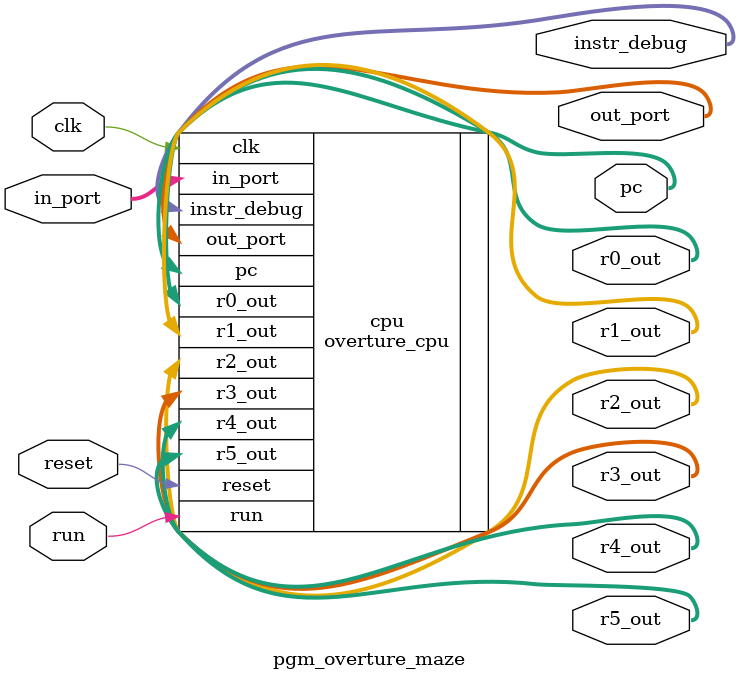
<source format=sv>
module pgm_overture_maze (
    input        clk,
    input        reset,
    input        run,
    input  [7:0] in_port,
    output [7:0] pc,
    output [7:0] out_port,
    output [7:0] instr_debug,
    output [7:0] r0_out,
    output [7:0] r1_out,
    output [7:0] r2_out,
    output [7:0] r3_out,
    output [7:0] r4_out,
    output [7:0] r5_out
);

    // Program wrapper for overture_maze.txt.
    overture_cpu cpu (
        .clk(clk),
        .reset(reset),
        .run(run),
        .in_port(in_port),
        .pc(pc),
        .out_port(out_port),
        .instr_debug(instr_debug),
        .r0_out(r0_out),
        .r1_out(r1_out),
        .r2_out(r2_out),
        .r3_out(r3_out),
        .r4_out(r4_out),
        .r5_out(r5_out)
    );

endmodule

</source>
